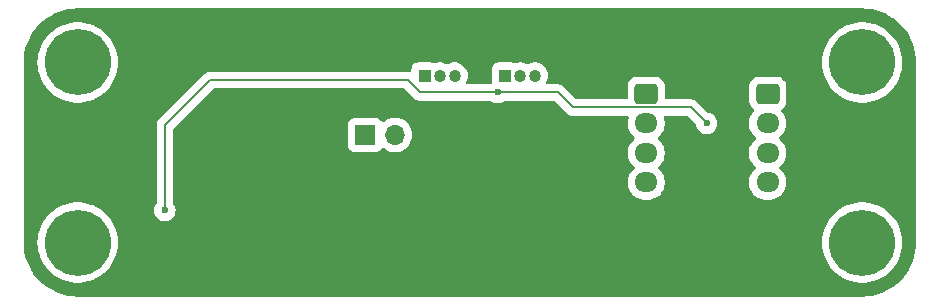
<source format=gbr>
%TF.GenerationSoftware,KiCad,Pcbnew,8.0.1*%
%TF.CreationDate,2024-03-19T19:55:23+01:00*%
%TF.ProjectId,lang1,6c616e67-312e-46b6-9963-61645f706362,rev?*%
%TF.SameCoordinates,Original*%
%TF.FileFunction,Copper,L2,Bot*%
%TF.FilePolarity,Positive*%
%FSLAX46Y46*%
G04 Gerber Fmt 4.6, Leading zero omitted, Abs format (unit mm)*
G04 Created by KiCad (PCBNEW 8.0.1) date 2024-03-19 19:55:23*
%MOMM*%
%LPD*%
G01*
G04 APERTURE LIST*
G04 Aperture macros list*
%AMRoundRect*
0 Rectangle with rounded corners*
0 $1 Rounding radius*
0 $2 $3 $4 $5 $6 $7 $8 $9 X,Y pos of 4 corners*
0 Add a 4 corners polygon primitive as box body*
4,1,4,$2,$3,$4,$5,$6,$7,$8,$9,$2,$3,0*
0 Add four circle primitives for the rounded corners*
1,1,$1+$1,$2,$3*
1,1,$1+$1,$4,$5*
1,1,$1+$1,$6,$7*
1,1,$1+$1,$8,$9*
0 Add four rect primitives between the rounded corners*
20,1,$1+$1,$2,$3,$4,$5,0*
20,1,$1+$1,$4,$5,$6,$7,0*
20,1,$1+$1,$6,$7,$8,$9,0*
20,1,$1+$1,$8,$9,$2,$3,0*%
G04 Aperture macros list end*
%TA.AperFunction,ComponentPad*%
%ADD10R,1.700000X1.700000*%
%TD*%
%TA.AperFunction,ComponentPad*%
%ADD11O,1.700000X1.700000*%
%TD*%
%TA.AperFunction,ComponentPad*%
%ADD12C,5.600000*%
%TD*%
%TA.AperFunction,ComponentPad*%
%ADD13R,1.030000X1.030000*%
%TD*%
%TA.AperFunction,ComponentPad*%
%ADD14C,1.030000*%
%TD*%
%TA.AperFunction,ComponentPad*%
%ADD15RoundRect,0.250000X-0.725000X0.600000X-0.725000X-0.600000X0.725000X-0.600000X0.725000X0.600000X0*%
%TD*%
%TA.AperFunction,ComponentPad*%
%ADD16O,1.950000X1.700000*%
%TD*%
%TA.AperFunction,ViaPad*%
%ADD17C,0.600000*%
%TD*%
%TA.AperFunction,Conductor*%
%ADD18C,0.200000*%
%TD*%
G04 APERTURE END LIST*
D10*
%TO.P,J3,1,Pin_1*%
%TO.N,Net-(J3-Pin_1)*%
X123407898Y-59472102D03*
D11*
%TO.P,J3,2,Pin_2*%
%TO.N,Net-(J3-Pin_2)*%
X125947898Y-59472102D03*
%TD*%
D12*
%TO.P,H4,1*%
%TO.N,N/C*%
X165484000Y-68590000D03*
%TD*%
%TO.P,H3,1*%
%TO.N,N/C*%
X99060000Y-68590000D03*
%TD*%
%TO.P,H2,1*%
%TO.N,N/C*%
X165484000Y-53340000D03*
%TD*%
%TO.P,H1,1*%
%TO.N,N/C*%
X99060000Y-53340000D03*
%TD*%
D13*
%TO.P,VDD,1,VCC*%
%TO.N,VDD*%
X135228000Y-54450000D03*
D14*
%TO.P,VDD,2,GND*%
%TO.N,/GND2*%
X136498000Y-54450000D03*
%TO.P,VDD,3,OUT*%
%TO.N,Net-(U1-AIN1)*%
X137768000Y-54450000D03*
%TD*%
D15*
%TO.P,J2,1,Pin_1*%
%TO.N,VDD*%
X147200000Y-56000000D03*
D16*
%TO.P,J2,2,Pin_2*%
%TO.N,/GND2*%
X147200000Y-58500000D03*
%TO.P,J2,3,Pin_3*%
%TO.N,Net-(J1-Pin_3)*%
X147200000Y-61000000D03*
%TO.P,J2,4,Pin_4*%
%TO.N,Net-(J1-Pin_4)*%
X147200000Y-63500000D03*
%TD*%
D13*
%TO.P,VDD,1,VCC*%
%TO.N,VDD*%
X128428000Y-54450000D03*
D14*
%TO.P,VDD,2,GND*%
%TO.N,/GND2*%
X129698000Y-54450000D03*
%TO.P,VDD,3,OUT*%
%TO.N,Net-(U1-AIN0)*%
X130968000Y-54450000D03*
%TD*%
D15*
%TO.P,J1,1,Pin_1*%
%TO.N,VDD*%
X157480000Y-56000000D03*
D16*
%TO.P,J1,2,Pin_2*%
%TO.N,/GND2*%
X157480000Y-58500000D03*
%TO.P,J1,3,Pin_3*%
%TO.N,Net-(J1-Pin_3)*%
X157480000Y-61000000D03*
%TO.P,J1,4,Pin_4*%
%TO.N,Net-(J1-Pin_4)*%
X157480000Y-63500000D03*
%TD*%
D17*
%TO.N,/GND2*%
X106440000Y-65865000D03*
X134620000Y-55880000D03*
%TO.N,GND*%
X120300540Y-60638763D03*
X131045338Y-62367042D03*
%TO.N,/GND2*%
X152320000Y-58500000D03*
%TO.N,GND*%
X108980000Y-58245000D03*
%TD*%
D18*
%TO.N,/GND2*%
X128046177Y-55880000D02*
X134620000Y-55880000D01*
X106440000Y-65865000D02*
X106440000Y-58660000D01*
X150970000Y-57150000D02*
X152320000Y-58500000D01*
X110266177Y-54833823D02*
X127000000Y-54833823D01*
X140970000Y-57150000D02*
X150970000Y-57150000D01*
X106440000Y-58660000D02*
X110266177Y-54833823D01*
X127000000Y-54833823D02*
X128046177Y-55880000D01*
X139700000Y-55880000D02*
X140970000Y-57150000D01*
X134620000Y-55880000D02*
X139700000Y-55880000D01*
%TD*%
%TA.AperFunction,Conductor*%
%TO.N,GND*%
G36*
X165486702Y-48760618D02*
G01*
X165499819Y-48761190D01*
X165877742Y-48777690D01*
X165888477Y-48778630D01*
X166273859Y-48829366D01*
X166284493Y-48831241D01*
X166663990Y-48915374D01*
X166674416Y-48918168D01*
X167045135Y-49035055D01*
X167055270Y-49038744D01*
X167414387Y-49187495D01*
X167424178Y-49192061D01*
X167768942Y-49371534D01*
X167778309Y-49376941D01*
X168048434Y-49549030D01*
X168106130Y-49585786D01*
X168114991Y-49591991D01*
X168423353Y-49828605D01*
X168431640Y-49835559D01*
X168718204Y-50098146D01*
X168725853Y-50105795D01*
X168988440Y-50392359D01*
X168995394Y-50400646D01*
X169232008Y-50709008D01*
X169238213Y-50717869D01*
X169447057Y-51045689D01*
X169452465Y-51055057D01*
X169631935Y-51399814D01*
X169636507Y-51409618D01*
X169785249Y-51768714D01*
X169788949Y-51778879D01*
X169905828Y-52149572D01*
X169908628Y-52160021D01*
X169992756Y-52539498D01*
X169994634Y-52550151D01*
X170045367Y-52935499D01*
X170046310Y-52946276D01*
X170063382Y-53337297D01*
X170063500Y-53342706D01*
X170063500Y-68577293D01*
X170063382Y-68582702D01*
X170046310Y-68973723D01*
X170045367Y-68984500D01*
X169994634Y-69369848D01*
X169992756Y-69380501D01*
X169908628Y-69759978D01*
X169905828Y-69770427D01*
X169788949Y-70141120D01*
X169785249Y-70151285D01*
X169636507Y-70510381D01*
X169631935Y-70520185D01*
X169452465Y-70864942D01*
X169447057Y-70874310D01*
X169238213Y-71202130D01*
X169232008Y-71210991D01*
X168995394Y-71519353D01*
X168988440Y-71527640D01*
X168725853Y-71814204D01*
X168718204Y-71821853D01*
X168431640Y-72084440D01*
X168423353Y-72091394D01*
X168114991Y-72328008D01*
X168106130Y-72334213D01*
X167778310Y-72543057D01*
X167768942Y-72548465D01*
X167424185Y-72727935D01*
X167414381Y-72732507D01*
X167055285Y-72881249D01*
X167045120Y-72884949D01*
X166674427Y-73001828D01*
X166663978Y-73004628D01*
X166284501Y-73088756D01*
X166273848Y-73090634D01*
X165888500Y-73141367D01*
X165877723Y-73142310D01*
X165486703Y-73159382D01*
X165481294Y-73159500D01*
X99062706Y-73159500D01*
X99057297Y-73159382D01*
X98666276Y-73142310D01*
X98655501Y-73141367D01*
X98566792Y-73129688D01*
X98270151Y-73090634D01*
X98259498Y-73088756D01*
X97880021Y-73004628D01*
X97869572Y-73001828D01*
X97498879Y-72884949D01*
X97488714Y-72881249D01*
X97129618Y-72732507D01*
X97119814Y-72727935D01*
X96775057Y-72548465D01*
X96765689Y-72543057D01*
X96437869Y-72334213D01*
X96429008Y-72328008D01*
X96120646Y-72091394D01*
X96112359Y-72084440D01*
X95825795Y-71821853D01*
X95818146Y-71814204D01*
X95555559Y-71527640D01*
X95548605Y-71519353D01*
X95311991Y-71210991D01*
X95305786Y-71202130D01*
X95133666Y-70931956D01*
X95096941Y-70874309D01*
X95091534Y-70864942D01*
X94912064Y-70520185D01*
X94907492Y-70510381D01*
X94758744Y-70151270D01*
X94755055Y-70141135D01*
X94638168Y-69770416D01*
X94635374Y-69759990D01*
X94551241Y-69380493D01*
X94549365Y-69369848D01*
X94543078Y-69322094D01*
X94498630Y-68984477D01*
X94497690Y-68973742D01*
X94480937Y-68590002D01*
X95654506Y-68590002D01*
X95674469Y-68958196D01*
X95674470Y-68958213D01*
X95734122Y-69322068D01*
X95734128Y-69322094D01*
X95832768Y-69677365D01*
X95832770Y-69677371D01*
X95832772Y-69677377D01*
X95832773Y-69677379D01*
X95875865Y-69785533D01*
X95969255Y-70019926D01*
X95969261Y-70019938D01*
X96141973Y-70345708D01*
X96141979Y-70345717D01*
X96348909Y-70650916D01*
X96575886Y-70918133D01*
X96587627Y-70931956D01*
X96855330Y-71185538D01*
X97148881Y-71408690D01*
X97464838Y-71598795D01*
X97464840Y-71598796D01*
X97464842Y-71598797D01*
X97464846Y-71598799D01*
X97799486Y-71753620D01*
X97799497Y-71753625D01*
X98148934Y-71871364D01*
X98509052Y-71950632D01*
X98875630Y-71990500D01*
X98875636Y-71990500D01*
X99244364Y-71990500D01*
X99244370Y-71990500D01*
X99610948Y-71950632D01*
X99971066Y-71871364D01*
X100320503Y-71753625D01*
X100655162Y-71598795D01*
X100971119Y-71408690D01*
X101264670Y-71185538D01*
X101532373Y-70931956D01*
X101771090Y-70650917D01*
X101978022Y-70345716D01*
X102150743Y-70019930D01*
X102287227Y-69677379D01*
X102385875Y-69322081D01*
X102445531Y-68958199D01*
X102465494Y-68590002D01*
X162078506Y-68590002D01*
X162098469Y-68958196D01*
X162098470Y-68958213D01*
X162158122Y-69322068D01*
X162158128Y-69322094D01*
X162256768Y-69677365D01*
X162256770Y-69677371D01*
X162256772Y-69677377D01*
X162256773Y-69677379D01*
X162299865Y-69785533D01*
X162393255Y-70019926D01*
X162393261Y-70019938D01*
X162565973Y-70345708D01*
X162565979Y-70345717D01*
X162772909Y-70650916D01*
X162999886Y-70918133D01*
X163011627Y-70931956D01*
X163279330Y-71185538D01*
X163572881Y-71408690D01*
X163888838Y-71598795D01*
X163888840Y-71598796D01*
X163888842Y-71598797D01*
X163888846Y-71598799D01*
X164223486Y-71753620D01*
X164223497Y-71753625D01*
X164572934Y-71871364D01*
X164933052Y-71950632D01*
X165299630Y-71990500D01*
X165299636Y-71990500D01*
X165668364Y-71990500D01*
X165668370Y-71990500D01*
X166034948Y-71950632D01*
X166395066Y-71871364D01*
X166744503Y-71753625D01*
X167079162Y-71598795D01*
X167395119Y-71408690D01*
X167688670Y-71185538D01*
X167956373Y-70931956D01*
X168195090Y-70650917D01*
X168402022Y-70345716D01*
X168574743Y-70019930D01*
X168711227Y-69677379D01*
X168809875Y-69322081D01*
X168869531Y-68958199D01*
X168889494Y-68590000D01*
X168869531Y-68221801D01*
X168809875Y-67857919D01*
X168711227Y-67502621D01*
X168574743Y-67160070D01*
X168402022Y-66834284D01*
X168195090Y-66529083D01*
X167956373Y-66248044D01*
X167688670Y-65994462D01*
X167395119Y-65771310D01*
X167079162Y-65581205D01*
X167079161Y-65581204D01*
X167079157Y-65581202D01*
X167079153Y-65581200D01*
X166744513Y-65426379D01*
X166744508Y-65426377D01*
X166744503Y-65426375D01*
X166574172Y-65368983D01*
X166395065Y-65308635D01*
X166034946Y-65229367D01*
X165668371Y-65189500D01*
X165668370Y-65189500D01*
X165299630Y-65189500D01*
X165299628Y-65189500D01*
X164933053Y-65229367D01*
X164572934Y-65308635D01*
X164302812Y-65399650D01*
X164223497Y-65426375D01*
X164223494Y-65426376D01*
X164223486Y-65426379D01*
X163888846Y-65581200D01*
X163888842Y-65581202D01*
X163730051Y-65676744D01*
X163572881Y-65771310D01*
X163472410Y-65847685D01*
X163279330Y-65994461D01*
X163279330Y-65994462D01*
X163011626Y-66248044D01*
X162772909Y-66529083D01*
X162565979Y-66834282D01*
X162565973Y-66834291D01*
X162393261Y-67160061D01*
X162393255Y-67160073D01*
X162256770Y-67502628D01*
X162256768Y-67502634D01*
X162158128Y-67857905D01*
X162158122Y-67857931D01*
X162098470Y-68221786D01*
X162098469Y-68221803D01*
X162078506Y-68589997D01*
X162078506Y-68590002D01*
X102465494Y-68590002D01*
X102465494Y-68590000D01*
X102445531Y-68221801D01*
X102385875Y-67857919D01*
X102287227Y-67502621D01*
X102150743Y-67160070D01*
X101978022Y-66834284D01*
X101771090Y-66529083D01*
X101532373Y-66248044D01*
X101264670Y-65994462D01*
X101094366Y-65865000D01*
X105534540Y-65865000D01*
X105554326Y-66053256D01*
X105554327Y-66053259D01*
X105612818Y-66233277D01*
X105612821Y-66233284D01*
X105707467Y-66397216D01*
X105826201Y-66529083D01*
X105834129Y-66537888D01*
X105987265Y-66649148D01*
X105987270Y-66649151D01*
X106160192Y-66726142D01*
X106160197Y-66726144D01*
X106345354Y-66765500D01*
X106345355Y-66765500D01*
X106534644Y-66765500D01*
X106534646Y-66765500D01*
X106719803Y-66726144D01*
X106892730Y-66649151D01*
X107045871Y-66537888D01*
X107172533Y-66397216D01*
X107267179Y-66233284D01*
X107325674Y-66053256D01*
X107345460Y-65865000D01*
X107325674Y-65676744D01*
X107267179Y-65496716D01*
X107172533Y-65332784D01*
X107172344Y-65332574D01*
X107172273Y-65332427D01*
X107168714Y-65327528D01*
X107169610Y-65326876D01*
X107142119Y-65269580D01*
X107140500Y-65249608D01*
X107140500Y-60361465D01*
X121957398Y-60361465D01*
X121972851Y-60478855D01*
X121972854Y-60478864D01*
X122033362Y-60624943D01*
X122129616Y-60750384D01*
X122255057Y-60846638D01*
X122401136Y-60907146D01*
X122518537Y-60922602D01*
X124297258Y-60922601D01*
X124297261Y-60922601D01*
X124414651Y-60907148D01*
X124414655Y-60907146D01*
X124414660Y-60907146D01*
X124560739Y-60846638D01*
X124686180Y-60750384D01*
X124782434Y-60624943D01*
X124789649Y-60607522D01*
X124833488Y-60553121D01*
X124899782Y-60531055D01*
X124967482Y-60548333D01*
X124980372Y-60557123D01*
X125151822Y-60690568D01*
X125151828Y-60690572D01*
X125151831Y-60690574D01*
X125363242Y-60804984D01*
X125363245Y-60804985D01*
X125590597Y-60883035D01*
X125590599Y-60883035D01*
X125590601Y-60883036D01*
X125827706Y-60922602D01*
X125827707Y-60922602D01*
X126068089Y-60922602D01*
X126068090Y-60922602D01*
X126305195Y-60883036D01*
X126532554Y-60804984D01*
X126743965Y-60690574D01*
X126933662Y-60542927D01*
X127096469Y-60366071D01*
X127227947Y-60164830D01*
X127324508Y-59944693D01*
X127383518Y-59711665D01*
X127403369Y-59472102D01*
X127401118Y-59444938D01*
X127383518Y-59232542D01*
X127383518Y-59232539D01*
X127324508Y-58999511D01*
X127227947Y-58779374D01*
X127096469Y-58578133D01*
X126933662Y-58401277D01*
X126933657Y-58401273D01*
X126933655Y-58401271D01*
X126743973Y-58253635D01*
X126743967Y-58253631D01*
X126532555Y-58139220D01*
X126532550Y-58139218D01*
X126305198Y-58061168D01*
X126127366Y-58031493D01*
X126068090Y-58021602D01*
X125827706Y-58021602D01*
X125780285Y-58029515D01*
X125590597Y-58061168D01*
X125363245Y-58139218D01*
X125363240Y-58139220D01*
X125151828Y-58253631D01*
X125151822Y-58253635D01*
X124980372Y-58387081D01*
X124915378Y-58412724D01*
X124846838Y-58399158D01*
X124796514Y-58350689D01*
X124789653Y-58336689D01*
X124782434Y-58319261D01*
X124686180Y-58193820D01*
X124560739Y-58097566D01*
X124414660Y-58037058D01*
X124414658Y-58037057D01*
X124297268Y-58021603D01*
X124297265Y-58021602D01*
X124297259Y-58021602D01*
X124297252Y-58021602D01*
X122518534Y-58021602D01*
X122401144Y-58037055D01*
X122401135Y-58037058D01*
X122255058Y-58097565D01*
X122129616Y-58193820D01*
X122033361Y-58319262D01*
X121972854Y-58465339D01*
X121972853Y-58465341D01*
X121957399Y-58582731D01*
X121957398Y-58582747D01*
X121957398Y-60361465D01*
X107140500Y-60361465D01*
X107140500Y-59001518D01*
X107160185Y-58934479D01*
X107176819Y-58913837D01*
X110520014Y-55570642D01*
X110581337Y-55537157D01*
X110607695Y-55534323D01*
X126658481Y-55534323D01*
X126725520Y-55554008D01*
X126746162Y-55570642D01*
X127599630Y-56424111D01*
X127599631Y-56424112D01*
X127714369Y-56500777D01*
X127841844Y-56553578D01*
X127841849Y-56553580D01*
X127841853Y-56553580D01*
X127841854Y-56553581D01*
X127977180Y-56580500D01*
X127977183Y-56580500D01*
X127977184Y-56580500D01*
X134011844Y-56580500D01*
X134078883Y-56600185D01*
X134084729Y-56604182D01*
X134167265Y-56664148D01*
X134167270Y-56664151D01*
X134340192Y-56741142D01*
X134340197Y-56741144D01*
X134525354Y-56780500D01*
X134525355Y-56780500D01*
X134714644Y-56780500D01*
X134714646Y-56780500D01*
X134899803Y-56741144D01*
X135072730Y-56664151D01*
X135088320Y-56652823D01*
X135155271Y-56604182D01*
X135221077Y-56580702D01*
X135228156Y-56580500D01*
X139358481Y-56580500D01*
X139425520Y-56600185D01*
X139446162Y-56616819D01*
X140523453Y-57694111D01*
X140523454Y-57694112D01*
X140523457Y-57694114D01*
X140638189Y-57770775D01*
X140765671Y-57823580D01*
X140783428Y-57827112D01*
X140812822Y-57832959D01*
X140901004Y-57850500D01*
X140901007Y-57850500D01*
X145590218Y-57850500D01*
X145657257Y-57870185D01*
X145703012Y-57922989D01*
X145712956Y-57992147D01*
X145708149Y-58012819D01*
X145660215Y-58160339D01*
X145624500Y-58385837D01*
X145624500Y-58614162D01*
X145660215Y-58839660D01*
X145730770Y-59056803D01*
X145789919Y-59172888D01*
X145834421Y-59260228D01*
X145968621Y-59444937D01*
X146130063Y-59606379D01*
X146130069Y-59606383D01*
X146189664Y-59649683D01*
X146232330Y-59705013D01*
X146238308Y-59774627D01*
X146205701Y-59836421D01*
X146189664Y-59850317D01*
X146130069Y-59893616D01*
X146130060Y-59893623D01*
X145968622Y-60055061D01*
X145834421Y-60239771D01*
X145730770Y-60443196D01*
X145660215Y-60660339D01*
X145624500Y-60885837D01*
X145624500Y-61114162D01*
X145660215Y-61339660D01*
X145730770Y-61556803D01*
X145834421Y-61760228D01*
X145968621Y-61944937D01*
X146130063Y-62106379D01*
X146130069Y-62106383D01*
X146189664Y-62149683D01*
X146232330Y-62205013D01*
X146238308Y-62274627D01*
X146205701Y-62336421D01*
X146189664Y-62350317D01*
X146130069Y-62393616D01*
X146130060Y-62393623D01*
X145968622Y-62555061D01*
X145834421Y-62739771D01*
X145730770Y-62943196D01*
X145660215Y-63160339D01*
X145624500Y-63385837D01*
X145624500Y-63614162D01*
X145660215Y-63839660D01*
X145730770Y-64056803D01*
X145834421Y-64260228D01*
X145968621Y-64444937D01*
X146130063Y-64606379D01*
X146314772Y-64740579D01*
X146410884Y-64789550D01*
X146518196Y-64844229D01*
X146518198Y-64844229D01*
X146518201Y-64844231D01*
X146634592Y-64882049D01*
X146735339Y-64914784D01*
X146960838Y-64950500D01*
X146960843Y-64950500D01*
X147439162Y-64950500D01*
X147664660Y-64914784D01*
X147881799Y-64844231D01*
X148085228Y-64740579D01*
X148269937Y-64606379D01*
X148431379Y-64444937D01*
X148565579Y-64260228D01*
X148669231Y-64056799D01*
X148739784Y-63839660D01*
X148775500Y-63614162D01*
X155904500Y-63614162D01*
X155940215Y-63839660D01*
X156010770Y-64056803D01*
X156114421Y-64260228D01*
X156248621Y-64444937D01*
X156410063Y-64606379D01*
X156594772Y-64740579D01*
X156690884Y-64789550D01*
X156798196Y-64844229D01*
X156798198Y-64844229D01*
X156798201Y-64844231D01*
X156914592Y-64882049D01*
X157015339Y-64914784D01*
X157240838Y-64950500D01*
X157240843Y-64950500D01*
X157719162Y-64950500D01*
X157944660Y-64914784D01*
X158161799Y-64844231D01*
X158365228Y-64740579D01*
X158549937Y-64606379D01*
X158711379Y-64444937D01*
X158845579Y-64260228D01*
X158949231Y-64056799D01*
X159019784Y-63839660D01*
X159055500Y-63614162D01*
X159055500Y-63385837D01*
X159019784Y-63160339D01*
X158949229Y-62943196D01*
X158845578Y-62739771D01*
X158711379Y-62555063D01*
X158549937Y-62393621D01*
X158490333Y-62350316D01*
X158447670Y-62294988D01*
X158441691Y-62225374D01*
X158474297Y-62163579D01*
X158490329Y-62149686D01*
X158549937Y-62106379D01*
X158711379Y-61944937D01*
X158845579Y-61760228D01*
X158949231Y-61556799D01*
X159019784Y-61339660D01*
X159055500Y-61114162D01*
X159055500Y-60885837D01*
X159019784Y-60660339D01*
X158977777Y-60531055D01*
X158949231Y-60443201D01*
X158949229Y-60443198D01*
X158949229Y-60443196D01*
X158845578Y-60239771D01*
X158711379Y-60055063D01*
X158549937Y-59893621D01*
X158490333Y-59850316D01*
X158447670Y-59794988D01*
X158441691Y-59725374D01*
X158474297Y-59663579D01*
X158490329Y-59649686D01*
X158549937Y-59606379D01*
X158711379Y-59444937D01*
X158845579Y-59260228D01*
X158949231Y-59056799D01*
X159019784Y-58839660D01*
X159055500Y-58614162D01*
X159055500Y-58385837D01*
X159019784Y-58160339D01*
X158971851Y-58012819D01*
X158949231Y-57943201D01*
X158949229Y-57943198D01*
X158949229Y-57943196D01*
X158888281Y-57823579D01*
X158845579Y-57739772D01*
X158711379Y-57555063D01*
X158711375Y-57555059D01*
X158658933Y-57502616D01*
X158625449Y-57441293D01*
X158630434Y-57371601D01*
X158668926Y-57318290D01*
X158809940Y-57204940D01*
X158925842Y-57060753D01*
X159008037Y-56895021D01*
X159052683Y-56715495D01*
X159055500Y-56673954D01*
X159055500Y-55326046D01*
X159052683Y-55284505D01*
X159046395Y-55259222D01*
X159033264Y-55206420D01*
X159008037Y-55104979D01*
X158925842Y-54939247D01*
X158875945Y-54877173D01*
X158809940Y-54795059D01*
X158707785Y-54712945D01*
X158665753Y-54679158D01*
X158665751Y-54679157D01*
X158665750Y-54679156D01*
X158500023Y-54596964D01*
X158500021Y-54596963D01*
X158320497Y-54552317D01*
X158320501Y-54552317D01*
X158289339Y-54550204D01*
X158278954Y-54549500D01*
X156681046Y-54549500D01*
X156669177Y-54550304D01*
X156639500Y-54552317D01*
X156459978Y-54596963D01*
X156459976Y-54596964D01*
X156294249Y-54679156D01*
X156150059Y-54795059D01*
X156034156Y-54939249D01*
X155951964Y-55104976D01*
X155951963Y-55104978D01*
X155907317Y-55284500D01*
X155904500Y-55326048D01*
X155904500Y-56673951D01*
X155907317Y-56715499D01*
X155951963Y-56895021D01*
X155951964Y-56895023D01*
X156034156Y-57060750D01*
X156150059Y-57204940D01*
X156291072Y-57318290D01*
X156330990Y-57375634D01*
X156333570Y-57445456D01*
X156301066Y-57502617D01*
X156248622Y-57555061D01*
X156114421Y-57739771D01*
X156010770Y-57943196D01*
X155940215Y-58160339D01*
X155904500Y-58385837D01*
X155904500Y-58614162D01*
X155940215Y-58839660D01*
X156010770Y-59056803D01*
X156069919Y-59172888D01*
X156114421Y-59260228D01*
X156248621Y-59444937D01*
X156410063Y-59606379D01*
X156410069Y-59606383D01*
X156469664Y-59649683D01*
X156512330Y-59705013D01*
X156518308Y-59774627D01*
X156485701Y-59836421D01*
X156469664Y-59850317D01*
X156410069Y-59893616D01*
X156410060Y-59893623D01*
X156248622Y-60055061D01*
X156114421Y-60239771D01*
X156010770Y-60443196D01*
X155940215Y-60660339D01*
X155904500Y-60885837D01*
X155904500Y-61114162D01*
X155940215Y-61339660D01*
X156010770Y-61556803D01*
X156114421Y-61760228D01*
X156248621Y-61944937D01*
X156410063Y-62106379D01*
X156410069Y-62106383D01*
X156469664Y-62149683D01*
X156512330Y-62205013D01*
X156518308Y-62274627D01*
X156485701Y-62336421D01*
X156469664Y-62350317D01*
X156410069Y-62393616D01*
X156410060Y-62393623D01*
X156248622Y-62555061D01*
X156114421Y-62739771D01*
X156010770Y-62943196D01*
X155940215Y-63160339D01*
X155904500Y-63385837D01*
X155904500Y-63614162D01*
X148775500Y-63614162D01*
X148775500Y-63385837D01*
X148739784Y-63160339D01*
X148669229Y-62943196D01*
X148565578Y-62739771D01*
X148431379Y-62555063D01*
X148269937Y-62393621D01*
X148210333Y-62350316D01*
X148167670Y-62294988D01*
X148161691Y-62225374D01*
X148194297Y-62163579D01*
X148210329Y-62149686D01*
X148269937Y-62106379D01*
X148431379Y-61944937D01*
X148565579Y-61760228D01*
X148669231Y-61556799D01*
X148739784Y-61339660D01*
X148775500Y-61114162D01*
X148775500Y-60885837D01*
X148739784Y-60660339D01*
X148697777Y-60531055D01*
X148669231Y-60443201D01*
X148669229Y-60443198D01*
X148669229Y-60443196D01*
X148565578Y-60239771D01*
X148431379Y-60055063D01*
X148269937Y-59893621D01*
X148210333Y-59850316D01*
X148167670Y-59794988D01*
X148161691Y-59725374D01*
X148194297Y-59663579D01*
X148210329Y-59649686D01*
X148269937Y-59606379D01*
X148431379Y-59444937D01*
X148565579Y-59260228D01*
X148669231Y-59056799D01*
X148739784Y-58839660D01*
X148775500Y-58614162D01*
X148775500Y-58385837D01*
X148739784Y-58160339D01*
X148691851Y-58012819D01*
X148689856Y-57942978D01*
X148725936Y-57883145D01*
X148788637Y-57852316D01*
X148809782Y-57850500D01*
X150628481Y-57850500D01*
X150695520Y-57870185D01*
X150716162Y-57886819D01*
X151393495Y-58564152D01*
X151426980Y-58625475D01*
X151429134Y-58638869D01*
X151434325Y-58688249D01*
X151434327Y-58688260D01*
X151492818Y-58868277D01*
X151492821Y-58868284D01*
X151587467Y-59032216D01*
X151714129Y-59172888D01*
X151867265Y-59284148D01*
X151867270Y-59284151D01*
X152040192Y-59361142D01*
X152040197Y-59361144D01*
X152225354Y-59400500D01*
X152225355Y-59400500D01*
X152414644Y-59400500D01*
X152414646Y-59400500D01*
X152599803Y-59361144D01*
X152772730Y-59284151D01*
X152925871Y-59172888D01*
X153052533Y-59032216D01*
X153147179Y-58868284D01*
X153205674Y-58688256D01*
X153225460Y-58500000D01*
X153205674Y-58311744D01*
X153147179Y-58131716D01*
X153052533Y-57967784D01*
X152925871Y-57827112D01*
X152921010Y-57823580D01*
X152772734Y-57715851D01*
X152772729Y-57715848D01*
X152599807Y-57638857D01*
X152599802Y-57638855D01*
X152444871Y-57605924D01*
X152383389Y-57572732D01*
X152382971Y-57572315D01*
X151416546Y-56605888D01*
X151416545Y-56605887D01*
X151301807Y-56529222D01*
X151174332Y-56476421D01*
X151174322Y-56476418D01*
X151038996Y-56449500D01*
X151038994Y-56449500D01*
X151038993Y-56449500D01*
X148899500Y-56449500D01*
X148832461Y-56429815D01*
X148786706Y-56377011D01*
X148775500Y-56325500D01*
X148775500Y-55326048D01*
X148775500Y-55326046D01*
X148772683Y-55284505D01*
X148766395Y-55259222D01*
X148753264Y-55206420D01*
X148728037Y-55104979D01*
X148645842Y-54939247D01*
X148595945Y-54877173D01*
X148529940Y-54795059D01*
X148427785Y-54712945D01*
X148385753Y-54679158D01*
X148385751Y-54679157D01*
X148385750Y-54679156D01*
X148220023Y-54596964D01*
X148220021Y-54596963D01*
X148040497Y-54552317D01*
X148040501Y-54552317D01*
X148009339Y-54550204D01*
X147998954Y-54549500D01*
X146401046Y-54549500D01*
X146389177Y-54550304D01*
X146359500Y-54552317D01*
X146179978Y-54596963D01*
X146179976Y-54596964D01*
X146014249Y-54679156D01*
X145870059Y-54795059D01*
X145754156Y-54939249D01*
X145671964Y-55104976D01*
X145671963Y-55104978D01*
X145627317Y-55284500D01*
X145624500Y-55326048D01*
X145624500Y-56325500D01*
X145604815Y-56392539D01*
X145552011Y-56438294D01*
X145500500Y-56449500D01*
X141311519Y-56449500D01*
X141244480Y-56429815D01*
X141223838Y-56413181D01*
X140146546Y-55335888D01*
X140146545Y-55335887D01*
X140031807Y-55259222D01*
X139904332Y-55206421D01*
X139904322Y-55206418D01*
X139768996Y-55179500D01*
X139768994Y-55179500D01*
X139768993Y-55179500D01*
X138851160Y-55179500D01*
X138784121Y-55159815D01*
X138738366Y-55107011D01*
X138728422Y-55037853D01*
X138740160Y-55000228D01*
X138812624Y-54854701D01*
X138812623Y-54854701D01*
X138812629Y-54854691D01*
X138869204Y-54655851D01*
X138888279Y-54450000D01*
X138869204Y-54244149D01*
X138812629Y-54045309D01*
X138805337Y-54030665D01*
X138738097Y-53895629D01*
X138720480Y-53860249D01*
X138595896Y-53695273D01*
X138595894Y-53695270D01*
X138443119Y-53555998D01*
X138443117Y-53555996D01*
X138267354Y-53447168D01*
X138267348Y-53447165D01*
X138115419Y-53388308D01*
X138074579Y-53372487D01*
X137900799Y-53340002D01*
X162078506Y-53340002D01*
X162098469Y-53708196D01*
X162098470Y-53708213D01*
X162158122Y-54072068D01*
X162158128Y-54072094D01*
X162256768Y-54427365D01*
X162256770Y-54427371D01*
X162393255Y-54769926D01*
X162393261Y-54769938D01*
X162565973Y-55095708D01*
X162565976Y-55095713D01*
X162565978Y-55095716D01*
X162772910Y-55400917D01*
X163011627Y-55681956D01*
X163279330Y-55935538D01*
X163572881Y-56158690D01*
X163888838Y-56348795D01*
X163888840Y-56348796D01*
X163888842Y-56348797D01*
X163888846Y-56348799D01*
X164217337Y-56500775D01*
X164223497Y-56503625D01*
X164572934Y-56621364D01*
X164933052Y-56700632D01*
X165299630Y-56740500D01*
X165299636Y-56740500D01*
X165668364Y-56740500D01*
X165668370Y-56740500D01*
X166034948Y-56700632D01*
X166395066Y-56621364D01*
X166744503Y-56503625D01*
X167079162Y-56348795D01*
X167395119Y-56158690D01*
X167688670Y-55935538D01*
X167956373Y-55681956D01*
X168195090Y-55400917D01*
X168402022Y-55095716D01*
X168574743Y-54769930D01*
X168711227Y-54427379D01*
X168809875Y-54072081D01*
X168828237Y-53960077D01*
X168869529Y-53708213D01*
X168869529Y-53708210D01*
X168869531Y-53708199D01*
X168889494Y-53340000D01*
X168889347Y-53337297D01*
X168877606Y-53120742D01*
X168869531Y-52971801D01*
X168865346Y-52946276D01*
X168809877Y-52607931D01*
X168809876Y-52607930D01*
X168809875Y-52607919D01*
X168711227Y-52252621D01*
X168574743Y-51910070D01*
X168402022Y-51584284D01*
X168195090Y-51279083D01*
X167956373Y-50998044D01*
X167688670Y-50744462D01*
X167395119Y-50521310D01*
X167079162Y-50331205D01*
X167079161Y-50331204D01*
X167079157Y-50331202D01*
X167079153Y-50331200D01*
X166744513Y-50176379D01*
X166744508Y-50176377D01*
X166744503Y-50176375D01*
X166535029Y-50105795D01*
X166395065Y-50058635D01*
X166034946Y-49979367D01*
X165668371Y-49939500D01*
X165668370Y-49939500D01*
X165299630Y-49939500D01*
X165299628Y-49939500D01*
X164933053Y-49979367D01*
X164572934Y-50058635D01*
X164302812Y-50149650D01*
X164223497Y-50176375D01*
X164223494Y-50176376D01*
X164223486Y-50176379D01*
X163888846Y-50331200D01*
X163888842Y-50331202D01*
X163773426Y-50400646D01*
X163572881Y-50521310D01*
X163472410Y-50597685D01*
X163279330Y-50744461D01*
X163279330Y-50744462D01*
X163011626Y-50998044D01*
X162772909Y-51279083D01*
X162565979Y-51584282D01*
X162565973Y-51584291D01*
X162393261Y-51910061D01*
X162393255Y-51910073D01*
X162256770Y-52252628D01*
X162256768Y-52252634D01*
X162158128Y-52607905D01*
X162158122Y-52607931D01*
X162098470Y-52971786D01*
X162098469Y-52971803D01*
X162078506Y-53339997D01*
X162078506Y-53340002D01*
X137900799Y-53340002D01*
X137871366Y-53334500D01*
X137664634Y-53334500D01*
X137461421Y-53372487D01*
X137461418Y-53372487D01*
X137461418Y-53372488D01*
X137268651Y-53447165D01*
X137268645Y-53447168D01*
X137198277Y-53490739D01*
X137130916Y-53509294D01*
X137067723Y-53490739D01*
X136997354Y-53447168D01*
X136997348Y-53447165D01*
X136845419Y-53388308D01*
X136804579Y-53372487D01*
X136601366Y-53334500D01*
X136394634Y-53334500D01*
X136311946Y-53349957D01*
X136191413Y-53372488D01*
X136115154Y-53402031D01*
X136045531Y-53407892D01*
X136022910Y-53400965D01*
X135899765Y-53349957D01*
X135899760Y-53349955D01*
X135782370Y-53334501D01*
X135782367Y-53334500D01*
X135782361Y-53334500D01*
X135782354Y-53334500D01*
X134673636Y-53334500D01*
X134556246Y-53349953D01*
X134556237Y-53349956D01*
X134410160Y-53410463D01*
X134284718Y-53506718D01*
X134188463Y-53632160D01*
X134127956Y-53778237D01*
X134127955Y-53778239D01*
X134112501Y-53895629D01*
X134112500Y-53895645D01*
X134112500Y-55004363D01*
X134117102Y-55039317D01*
X134106335Y-55108352D01*
X134059954Y-55160607D01*
X133994163Y-55179500D01*
X132051160Y-55179500D01*
X131984121Y-55159815D01*
X131938366Y-55107011D01*
X131928422Y-55037853D01*
X131940160Y-55000228D01*
X132012624Y-54854701D01*
X132012623Y-54854701D01*
X132012629Y-54854691D01*
X132069204Y-54655851D01*
X132088279Y-54450000D01*
X132069204Y-54244149D01*
X132012629Y-54045309D01*
X132005337Y-54030665D01*
X131938097Y-53895629D01*
X131920480Y-53860249D01*
X131795896Y-53695273D01*
X131795894Y-53695270D01*
X131643119Y-53555998D01*
X131643117Y-53555996D01*
X131467354Y-53447168D01*
X131467348Y-53447165D01*
X131315419Y-53388308D01*
X131274579Y-53372487D01*
X131071366Y-53334500D01*
X130864634Y-53334500D01*
X130661421Y-53372487D01*
X130661418Y-53372487D01*
X130661418Y-53372488D01*
X130468651Y-53447165D01*
X130468645Y-53447168D01*
X130398277Y-53490739D01*
X130330916Y-53509294D01*
X130267723Y-53490739D01*
X130197354Y-53447168D01*
X130197348Y-53447165D01*
X130045419Y-53388308D01*
X130004579Y-53372487D01*
X129801366Y-53334500D01*
X129594634Y-53334500D01*
X129511946Y-53349957D01*
X129391413Y-53372488D01*
X129315154Y-53402031D01*
X129245531Y-53407892D01*
X129222910Y-53400965D01*
X129099765Y-53349957D01*
X129099760Y-53349955D01*
X128982370Y-53334501D01*
X128982367Y-53334500D01*
X128982361Y-53334500D01*
X128982354Y-53334500D01*
X127873636Y-53334500D01*
X127756246Y-53349953D01*
X127756237Y-53349956D01*
X127610160Y-53410463D01*
X127484718Y-53506718D01*
X127388463Y-53632160D01*
X127327956Y-53778237D01*
X127327955Y-53778239D01*
X127312501Y-53895629D01*
X127312500Y-53895645D01*
X127312500Y-54030665D01*
X127292815Y-54097704D01*
X127240011Y-54143459D01*
X127170853Y-54153403D01*
X127164308Y-54152282D01*
X127068996Y-54133323D01*
X127068994Y-54133323D01*
X127068993Y-54133323D01*
X110197184Y-54133323D01*
X110197180Y-54133323D01*
X110088767Y-54154888D01*
X110088766Y-54154888D01*
X110061848Y-54160243D01*
X110024614Y-54175666D01*
X109934369Y-54213046D01*
X109887819Y-54244150D01*
X109819634Y-54289709D01*
X109819630Y-54289712D01*
X105895888Y-58213453D01*
X105895887Y-58213454D01*
X105819222Y-58328192D01*
X105766421Y-58455667D01*
X105766418Y-58455679D01*
X105740767Y-58584638D01*
X105740766Y-58584644D01*
X105739500Y-58591007D01*
X105739500Y-65249608D01*
X105719815Y-65316647D01*
X105707656Y-65332574D01*
X105707468Y-65332782D01*
X105707464Y-65332787D01*
X105612821Y-65496715D01*
X105612818Y-65496722D01*
X105554327Y-65676740D01*
X105554326Y-65676744D01*
X105534540Y-65865000D01*
X101094366Y-65865000D01*
X100971119Y-65771310D01*
X100655162Y-65581205D01*
X100655161Y-65581204D01*
X100655157Y-65581202D01*
X100655153Y-65581200D01*
X100320513Y-65426379D01*
X100320508Y-65426377D01*
X100320503Y-65426375D01*
X100150172Y-65368983D01*
X99971065Y-65308635D01*
X99610946Y-65229367D01*
X99244371Y-65189500D01*
X99244370Y-65189500D01*
X98875630Y-65189500D01*
X98875628Y-65189500D01*
X98509053Y-65229367D01*
X98148934Y-65308635D01*
X97878812Y-65399650D01*
X97799497Y-65426375D01*
X97799494Y-65426376D01*
X97799486Y-65426379D01*
X97464846Y-65581200D01*
X97464842Y-65581202D01*
X97306051Y-65676744D01*
X97148881Y-65771310D01*
X97048410Y-65847685D01*
X96855330Y-65994461D01*
X96855330Y-65994462D01*
X96587626Y-66248044D01*
X96348909Y-66529083D01*
X96141979Y-66834282D01*
X96141973Y-66834291D01*
X95969261Y-67160061D01*
X95969255Y-67160073D01*
X95832770Y-67502628D01*
X95832768Y-67502634D01*
X95734128Y-67857905D01*
X95734122Y-67857931D01*
X95674470Y-68221786D01*
X95674469Y-68221803D01*
X95654506Y-68589997D01*
X95654506Y-68590002D01*
X94480937Y-68590002D01*
X94480937Y-68590000D01*
X94480618Y-68582701D01*
X94480500Y-68577293D01*
X94480500Y-53342706D01*
X94480559Y-53340002D01*
X95654506Y-53340002D01*
X95674469Y-53708196D01*
X95674470Y-53708213D01*
X95734122Y-54072068D01*
X95734128Y-54072094D01*
X95832768Y-54427365D01*
X95832770Y-54427371D01*
X95969255Y-54769926D01*
X95969261Y-54769938D01*
X96141973Y-55095708D01*
X96141976Y-55095713D01*
X96141978Y-55095716D01*
X96348910Y-55400917D01*
X96587627Y-55681956D01*
X96855330Y-55935538D01*
X97148881Y-56158690D01*
X97464838Y-56348795D01*
X97464840Y-56348796D01*
X97464842Y-56348797D01*
X97464846Y-56348799D01*
X97793337Y-56500775D01*
X97799497Y-56503625D01*
X98148934Y-56621364D01*
X98509052Y-56700632D01*
X98875630Y-56740500D01*
X98875636Y-56740500D01*
X99244364Y-56740500D01*
X99244370Y-56740500D01*
X99610948Y-56700632D01*
X99971066Y-56621364D01*
X100320503Y-56503625D01*
X100655162Y-56348795D01*
X100971119Y-56158690D01*
X101264670Y-55935538D01*
X101532373Y-55681956D01*
X101771090Y-55400917D01*
X101978022Y-55095716D01*
X102150743Y-54769930D01*
X102287227Y-54427379D01*
X102385875Y-54072081D01*
X102404237Y-53960077D01*
X102445529Y-53708213D01*
X102445529Y-53708210D01*
X102445531Y-53708199D01*
X102465494Y-53340000D01*
X102465347Y-53337297D01*
X102453606Y-53120742D01*
X102445531Y-52971801D01*
X102441346Y-52946276D01*
X102385877Y-52607931D01*
X102385876Y-52607930D01*
X102385875Y-52607919D01*
X102287227Y-52252621D01*
X102150743Y-51910070D01*
X101978022Y-51584284D01*
X101771090Y-51279083D01*
X101532373Y-50998044D01*
X101264670Y-50744462D01*
X100971119Y-50521310D01*
X100655162Y-50331205D01*
X100655161Y-50331204D01*
X100655157Y-50331202D01*
X100655153Y-50331200D01*
X100320513Y-50176379D01*
X100320508Y-50176377D01*
X100320503Y-50176375D01*
X100111029Y-50105795D01*
X99971065Y-50058635D01*
X99610946Y-49979367D01*
X99244371Y-49939500D01*
X99244370Y-49939500D01*
X98875630Y-49939500D01*
X98875628Y-49939500D01*
X98509053Y-49979367D01*
X98148934Y-50058635D01*
X97878812Y-50149650D01*
X97799497Y-50176375D01*
X97799494Y-50176376D01*
X97799486Y-50176379D01*
X97464846Y-50331200D01*
X97464842Y-50331202D01*
X97349426Y-50400646D01*
X97148881Y-50521310D01*
X97048410Y-50597685D01*
X96855330Y-50744461D01*
X96855330Y-50744462D01*
X96587626Y-50998044D01*
X96348909Y-51279083D01*
X96141979Y-51584282D01*
X96141973Y-51584291D01*
X95969261Y-51910061D01*
X95969255Y-51910073D01*
X95832770Y-52252628D01*
X95832768Y-52252634D01*
X95734128Y-52607905D01*
X95734122Y-52607931D01*
X95674470Y-52971786D01*
X95674469Y-52971803D01*
X95654506Y-53339997D01*
X95654506Y-53340002D01*
X94480559Y-53340002D01*
X94480618Y-53337298D01*
X94483377Y-53274108D01*
X94497690Y-52946255D01*
X94498629Y-52935524D01*
X94549367Y-52550137D01*
X94551240Y-52539510D01*
X94635375Y-52160004D01*
X94638166Y-52149589D01*
X94755057Y-51778857D01*
X94758741Y-51768736D01*
X94907498Y-51409603D01*
X94912056Y-51399829D01*
X95091540Y-51055045D01*
X95096935Y-51045700D01*
X95305793Y-50717858D01*
X95311983Y-50709018D01*
X95548612Y-50400637D01*
X95555550Y-50392368D01*
X95818157Y-50105783D01*
X95825783Y-50098157D01*
X96112368Y-49835550D01*
X96120637Y-49828612D01*
X96429018Y-49591983D01*
X96437858Y-49585793D01*
X96765700Y-49376935D01*
X96775045Y-49371540D01*
X97119829Y-49192056D01*
X97129603Y-49187498D01*
X97488736Y-49038741D01*
X97498857Y-49035057D01*
X97869589Y-48918166D01*
X97880004Y-48915375D01*
X98259510Y-48831240D01*
X98270137Y-48829367D01*
X98655524Y-48778629D01*
X98666255Y-48777690D01*
X99044776Y-48761164D01*
X99057298Y-48760618D01*
X99062706Y-48760500D01*
X99125892Y-48760500D01*
X165418108Y-48760500D01*
X165481294Y-48760500D01*
X165486702Y-48760618D01*
G37*
%TD.AperFunction*%
%TD*%
M02*

</source>
